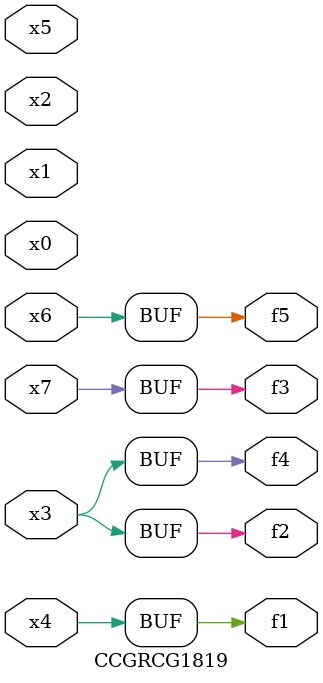
<source format=v>
module CCGRCG1819(
	input x0, x1, x2, x3, x4, x5, x6, x7,
	output f1, f2, f3, f4, f5
);
	assign f1 = x4;
	assign f2 = x3;
	assign f3 = x7;
	assign f4 = x3;
	assign f5 = x6;
endmodule

</source>
